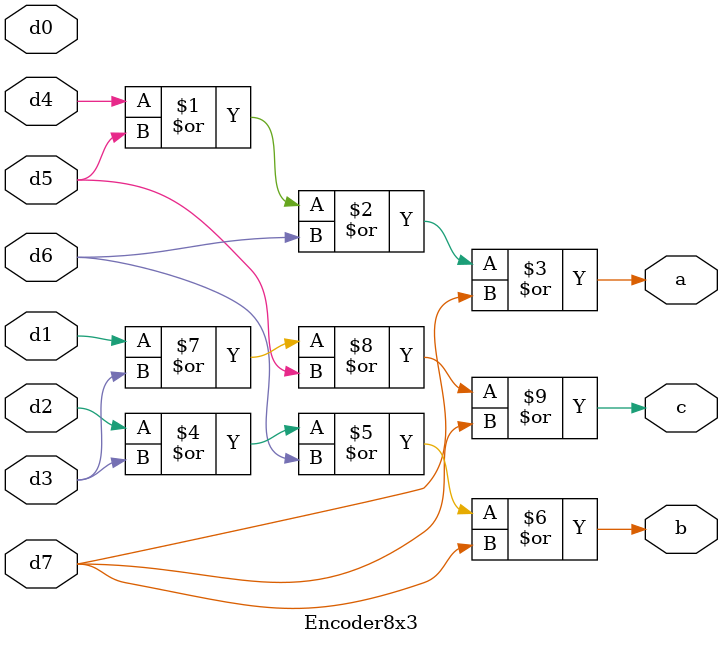
<source format=v>
`timescale 1ns / 1ps
module Encoder8x3(d0,d1,d2,d3,d4,d5,d6,d7,a,b,c);

    input d0,d1,d2,d3,d4,d5,d6,d7;
    output a,b,c;

    or(a,d4,d5,d6,d7);
    or(b,d2,d3,d6,d7);
    or(c,d1,d3,d5,d7);

endmodule

</source>
